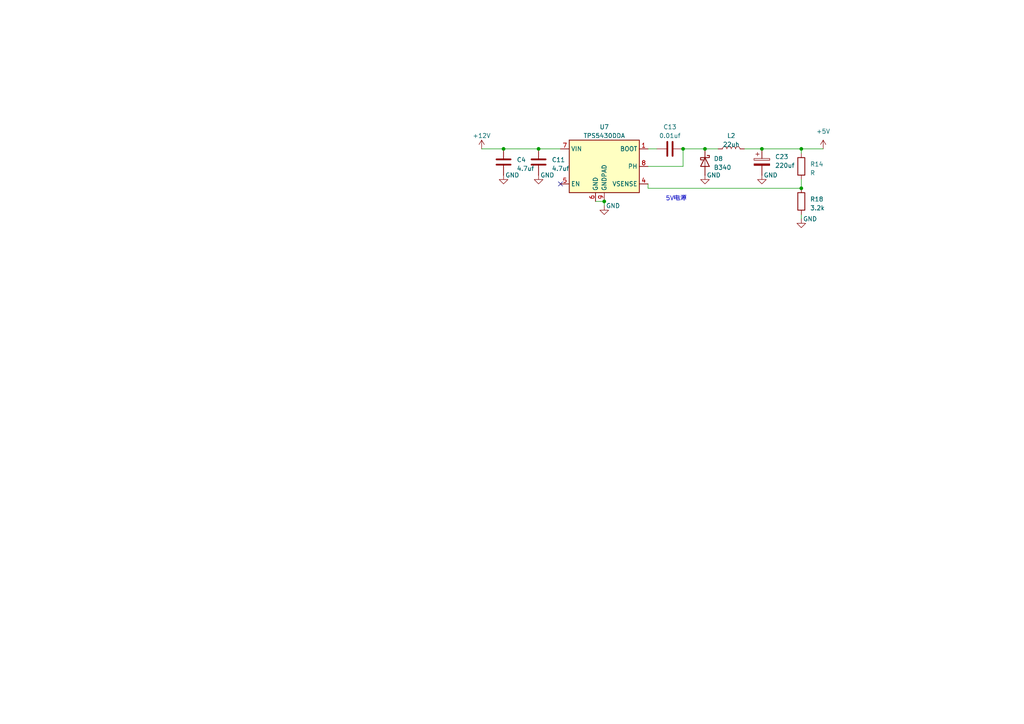
<source format=kicad_sch>
(kicad_sch (version 20241209) (generator "eeschema") (generator_version "9.0")
  (paper "A4")
  (lib_symbols
    (symbol "Library:+12V" (power) (pin_numbers (hide yes)) (pin_names (offset 0) (hide yes))
      (property "Value" "+12V" (at 0 3.556 0))
      (symbol "+12V_0_1"
        (polyline (pts (xy -0.762 1.27) (xy 0 2.54)))
        (polyline (pts (xy 0 2.54) (xy 0.762 1.27)))
        (polyline (pts (xy 0 0) (xy 0 2.54)))
      )
      (symbol "+12V_1_1"
        (pin power_in line (at 0 0 90) (length 0) (name "~") (number "1"))
      )
    )
    (symbol "Library:+4V" (power) (pin_names (offset 0))
      (property "Value" "+4V" (at 0 3.556 0))
      (symbol "+4V_0_1"
        (polyline (pts (xy -0.762 1.27) (xy 0 2.54)))
        (polyline (pts (xy 0 2.54) (xy 0.762 1.27)))
        (polyline (pts (xy 0 0) (xy 0 2.54)))
      )
      (symbol "+4V_1_1"
        (pin power_in line (at 0 0 90) (length 0) (hide yes) (name "+4V") (number "1"))
      )
    )
    (symbol "Library:B340" (pin_numbers (hide yes)) (pin_names (offset 1.016) (hide yes))
      (property "Reference" "D" (at 0 2.54 0))
      (property "Value" "B340" (at 0 -2.54 0))
      (symbol "B340_0_1"
        (polyline (pts (xy -1.905 0.635) (xy -1.905 1.27) (xy -1.27 1.27) (xy -1.27 -1.27) (xy -0.635 -1.27) (xy -0.635 -0.635)) (stroke (width 0.254)))
        (polyline (pts (xy 1.27 1.27) (xy 1.27 -1.27) (xy -1.27 0) (xy 1.27 1.27)) (stroke (width 0.254)))
        (polyline (pts (xy 1.27 0) (xy -1.27 0)))
      )
      (symbol "B340_1_1"
        (pin passive line (at -3.81 0 0) (length 2.54) (name "K") (number "1"))
        (pin passive line (at 3.81 0 180) (length 2.54) (name "A") (number "2"))
      )
    )
    (symbol "Library:C" (pin_numbers (hide yes)) (pin_names (offset 0.254))
      (property "Reference" "C" (at 0.635 2.54 0))
      (property "Value" "C" (at 0.635 -2.54 0))
      (symbol "C_0_1"
        (polyline (pts (xy -2.032 0.762) (xy 2.032 0.762)) (stroke (width 0.508)))
        (polyline (pts (xy -2.032 -0.762) (xy 2.032 -0.762)) (stroke (width 0.508)))
      )
      (symbol "C_1_1"
        (pin passive line (at 0 3.81 270) (length 2.794) (name "~") (number "1"))
        (pin passive line (at 0 -3.81 90) (length 2.794) (name "~") (number "2"))
      )
    )
    (symbol "Library:C_Polarized" (pin_numbers (hide yes)) (pin_names (offset 0.254))
      (property "Reference" "C" (at 0.635 2.54 0))
      (property "Value" "C_Polarized" (at 0.635 -2.54 0))
      (symbol "C_Polarized_0_1"
        (rectangle (start -2.286 0.508) (end 2.286 1.016))
        (polyline (pts (xy -1.778 2.286) (xy -0.762 2.286)))
        (polyline (pts (xy -1.27 2.794) (xy -1.27 1.778)))
        (rectangle (start 2.286 -0.508) (end -2.286 -1.016) (fill (type outline)))
      )
      (symbol "C_Polarized_1_1"
        (pin passive line (at 0 3.81 270) (length 2.794) (name "~") (number "1"))
        (pin passive line (at 0 -3.81 90) (length 2.794) (name "~") (number "2"))
      )
    )
    (symbol "Library:GND" (power) (pin_numbers (hide yes)) (pin_names (offset 0) (hide yes))
      (property "Value" "GND" (at 0 -3.81 0))
      (symbol "GND_0_1"
        (polyline (pts (xy 0 0) (xy 0 -1.27) (xy 1.27 -1.27) (xy 0 -2.54) (xy -1.27 -1.27) (xy 0 -1.27)))
      )
      (symbol "GND_1_1"
        (pin power_in line (at 0 0 270) (length 0) (name "~") (number "1"))
      )
    )
    (symbol "Library:L" (pin_numbers (hide yes)) (pin_names (offset 1.016) (hide yes))
      (property "Reference" "L" (at -1.27 0 90))
      (property "Value" "L" (at 1.905 0 90))
      (symbol "L_0_1"
        (arc (start 0 2.54) (mid 0.6323 1.905) (end 0 1.27))
        (arc (start 0 1.27) (mid 0.6323 0.635) (end 0 0))
        (arc (start 0 0) (mid 0.6323 -0.635) (end 0 -1.27))
        (arc (start 0 -1.27) (mid 0.6323 -1.905) (end 0 -2.54))
      )
      (symbol "L_1_1"
        (pin passive line (at 0 3.81 270) (length 1.27) (name "1") (number "1"))
        (pin passive line (at 0 -3.81 90) (length 1.27) (name "2") (number "2"))
      )
    )
    (symbol "Library:R" (pin_numbers (hide yes)) (pin_names (offset 0))
      (property "Reference" "R" (at 2.032 0 90))
      (property "Value" "R" (at 0 0 90))
      (symbol "R_0_1"
        (rectangle (start -1.016 -2.54) (end 1.016 2.54) (stroke (width 0.254)))
      )
      (symbol "R_1_1"
        (pin passive line (at 0 3.81 270) (length 1.27) (name "~") (number "1"))
        (pin passive line (at 0 -3.81 90) (length 1.27) (name "~") (number "2"))
      )
    )
    (symbol "Library:TPS5430DDA"
      (property "Reference" "U" (at -10.16 8.89 0))
      (property "Value" "TPS5430DDA" (at -1.27 8.89 0))
      (symbol "TPS5430DDA_0_1"
        (rectangle (start -10.16 7.62) (end 10.16 -7.62) (stroke (width 0.254)) (fill (type background)))
      )
      (symbol "TPS5430DDA_1_1"
        (pin power_in line (at -12.7 5.08 0) (length 2.54) (name "VIN") (number "7"))
        (pin input line (at -12.7 -5.08 0) (length 2.54) (name "EN") (number "5"))
        (pin no_connect line (at -10.16 2.54 0) (length 2.54) (hide yes) (name "NC") (number "2"))
        (pin no_connect line (at -10.16 -2.54 0) (length 2.54) (hide yes) (name "NC") (number "3"))
        (pin power_in line (at -2.54 -10.16 90) (length 2.54) (name "GND") (number "6"))
        (pin power_in line (at 0 -10.16 90) (length 2.54) (name "GNDPAD") (number "9"))
        (pin input line (at 12.7 5.08 180) (length 2.54) (name "BOOT") (number "1"))
        (pin output line (at 12.7 0 180) (length 2.54) (name "PH") (number "8"))
        (pin input line (at 12.7 -5.08 180) (length 2.54) (name "VSENSE") (number "4"))
      )
    )
  )
  (text "5V电源" (at 193.04 58.42 0) (effects (font (size 1.27 1.27)) (justify left bottom)))
  (junction (at 204.47 43.18))
  (junction (at 232.41 43.18))
  (junction (at 156.21 43.18))
  (junction (at 232.41 54.61))
  (junction (at 220.98 43.18))
  (junction (at 146.05 43.18))
  (junction (at 175.26 58.42))
  (junction (at 198.12 43.18))
  (no_connect (at 162.56 53.34))
  (wire (pts (xy 175.26 59.69) (xy 175.26 58.42)))
  (wire (pts (xy 139.7 43.18) (xy 146.05 43.18)))
  (wire (pts (xy 190.5 43.18) (xy 187.96 43.18)))
  (wire (pts (xy 232.41 62.23) (xy 232.41 63.5)))
  (wire (pts (xy 146.05 43.18) (xy 156.21 43.18)))
  (wire (pts (xy 204.47 43.18) (xy 208.28 43.18)))
  (wire (pts (xy 187.96 54.61) (xy 187.96 53.34)))
  (wire (pts (xy 187.96 48.26) (xy 198.12 48.26)))
  (wire (pts (xy 232.41 52.07) (xy 232.41 54.61)))
  (wire (pts (xy 172.72 58.42) (xy 175.26 58.42)))
  (wire (pts (xy 198.12 48.26) (xy 198.12 43.18)))
  (wire (pts (xy 215.9 43.18) (xy 220.98 43.18)))
  (wire (pts (xy 204.47 43.18) (xy 198.12 43.18)))
  (wire (pts (xy 187.96 54.61) (xy 232.41 54.61)))
  (wire (pts (xy 220.98 43.18) (xy 232.41 43.18)))
  (wire (pts (xy 156.21 43.18) (xy 162.56 43.18)))
  (wire (pts (xy 232.41 43.18) (xy 238.76 43.18)))
  (wire (pts (xy 232.41 43.18) (xy 232.41 44.45)))
  (symbol (lib_id "Library:GND") (at 175.26 59.69 0) (unit 1)
    (property "Reference" "#PWR073" (effects (hide yes)))
    (property "Value" "GND" (at 177.8 59.69 0))
  )
  (symbol (lib_id "Library:GND") (at 146.05 50.8 0) (unit 1)
    (property "Reference" "#PWR061" (effects (hide yes)))
    (property "Value" "GND" (at 148.59 50.8 0))
  )
  (symbol (lib_id "Library:GND") (at 220.98 50.8 0) (unit 1)
    (property "Reference" "#PWR077" (effects (hide yes)))
    (property "Value" "GND" (at 223.52 50.8 0))
  )
  (symbol (lib_id "Library:C") (at 194.31 43.18 90) (unit 1)
    (property "Reference" "C13" (at 194.31 36.83 90))
    (property "Value" "0.01uf" (at 194.31 39.37 90))
    (property "Footprint" "Capacitor_SMD:C_0603_1608Metric" (effects (hide yes)))
  )
  (symbol (lib_id "Library:TPS5430DDA") (at 175.26 48.26 0) (unit 1)
    (property "Reference" "U7" (at 175.26 36.83 0))
    (property "Value" "TPS5430DDA" (at 175.26 39.37 0))
    (property "Footprint" "Package_SO:TI_SO-PowerPAD-8_ThermalVias" (effects (hide yes)))
    (property "Datasheet" "http://www.ti.com/lit/ds/symlink/tps5430.pdf" (effects (hide yes)))
  )
  (symbol (lib_id "Library:+4V") (at 238.76 43.18 0) (unit 1)
    (property "Reference" "#PWR085" (effects (hide yes)))
    (property "Value" "+5V" (at 238.76 38.1 0))
  )
  (symbol (lib_id "Library:C") (at 156.21 46.99 180) (unit 1)
    (property "Reference" "C11" (at 160.02 46.355 0) (effects (justify right)))
    (property "Value" "4.7uf" (at 160.02 48.895 0) (effects (justify right)))
    (property "Footprint" "Capacitor_SMD:C_0603_1608Metric" (effects (hide yes)))
  )
  (symbol (lib_id "Library:R") (at 232.41 58.42 0) (unit 1)
    (property "Reference" "R18" (at 234.95 57.785 0) (effects (justify left)))
    (property "Value" "3.2k" (at 234.95 60.325 0) (effects (justify left)))
    (property "Footprint" "Resistor_SMD:R_0603_1608Metric" (effects (hide yes)))
  )
  (symbol (lib_id "Library:GND") (at 204.47 50.8 0) (unit 1)
    (property "Reference" "#PWR074" (effects (hide yes)))
    (property "Value" "GND" (at 207.01 50.8 0))
  )
  (symbol (lib_id "Library:B340") (at 204.47 46.99 270) (unit 1)
    (property "Reference" "D8" (at 207.01 46.0375 90) (effects (justify left)))
    (property "Value" "B340" (at 207.01 48.5775 90) (effects (justify left)))
    (property "Footprint" "Diode_SMD:D_SMA" (effects (hide yes)))
    (property "Datasheet" "http://www.jameco.com/Jameco/Products/ProdDS/1538777.pdf" (effects (hide yes)))
  )
  (symbol (lib_id "Library:L") (at 212.09 43.18 90) (unit 1)
    (property "Reference" "L2" (at 212.09 39.37 90))
    (property "Value" "22uh" (at 212.09 41.91 90))
    (property "Footprint" "Inductor_SMD:L_Wuerth_HCI-1040" (effects (hide yes)))
  )
  (symbol (lib_id "Library:R") (at 232.41 48.26 0) (unit 1)
    (property "Reference" "R14" (at 234.95 47.625 0) (effects (justify left)))
    (property "Value" "R" (at 234.95 50.165 0) (effects (justify left)))
    (property "Footprint" "Resistor_SMD:R_0603_1608Metric" (effects (hide yes)))
  )
  (symbol (lib_id "Library:GND") (at 156.21 50.8 0) (unit 1)
    (property "Reference" "#PWR072" (effects (hide yes)))
    (property "Value" "GND" (at 158.75 50.8 0))
  )
  (symbol (lib_id "Library:+12V") (at 139.7 43.18 0) (unit 1)
    (property "Reference" "#PWR058" (effects (hide yes)))
    (property "Value" "+12V" (at 139.7 39.37 0))
  )
  (symbol (lib_id "Library:C_Polarized") (at 220.98 46.99 0) (unit 1)
    (property "Reference" "C23" (at 224.79 45.466 0) (effects (justify left)))
    (property "Value" "220uf" (at 224.79 48.006 0) (effects (justify left)))
    (property "Footprint" "Capacitor_SMD:CP_Elec_6.3x7.7" (effects (hide yes)))
  )
  (symbol (lib_id "Library:C") (at 146.05 46.99 180) (unit 1)
    (property "Reference" "C4" (at 149.86 46.355 0) (effects (justify right)))
    (property "Value" "4.7uf" (at 149.86 48.895 0) (effects (justify right)))
    (property "Footprint" "Capacitor_SMD:C_0603_1608Metric" (effects (hide yes)))
  )
  (symbol (lib_id "Library:GND") (at 232.41 63.5 0) (unit 1)
    (property "Reference" "#PWR084" (effects (hide yes)))
    (property "Value" "GND" (at 234.95 63.5 0))
  )
)
</source>
